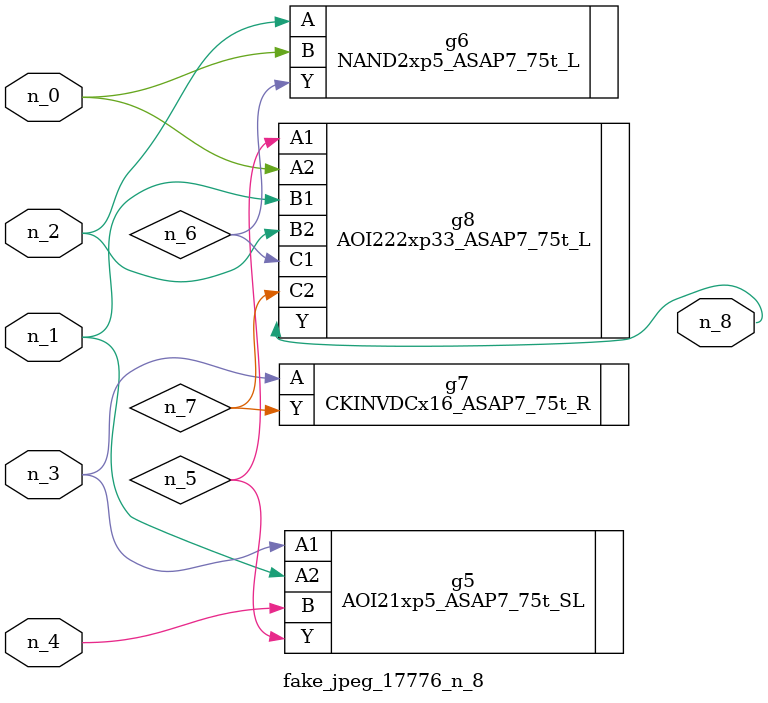
<source format=v>
module fake_jpeg_17776_n_8 (n_3, n_2, n_1, n_0, n_4, n_8);

input n_3;
input n_2;
input n_1;
input n_0;
input n_4;

output n_8;

wire n_6;
wire n_5;
wire n_7;

AOI21xp5_ASAP7_75t_SL g5 ( 
.A1(n_3),
.A2(n_1),
.B(n_4),
.Y(n_5)
);

NAND2xp5_ASAP7_75t_L g6 ( 
.A(n_2),
.B(n_0),
.Y(n_6)
);

CKINVDCx16_ASAP7_75t_R g7 ( 
.A(n_3),
.Y(n_7)
);

AOI222xp33_ASAP7_75t_L g8 ( 
.A1(n_5),
.A2(n_0),
.B1(n_1),
.B2(n_2),
.C1(n_6),
.C2(n_7),
.Y(n_8)
);


endmodule
</source>
